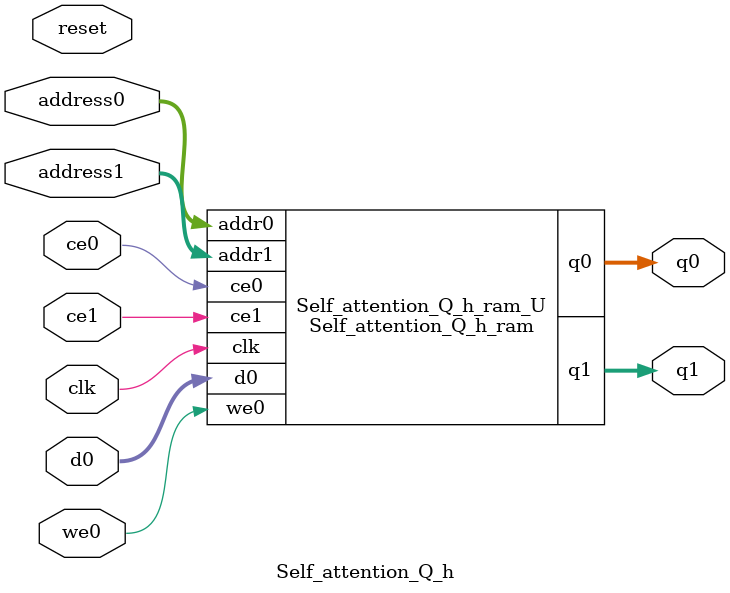
<source format=v>
`timescale 1 ns / 1 ps
module Self_attention_Q_h_ram (addr0, ce0, d0, we0, q0, addr1, ce1, q1,  clk);

parameter DWIDTH = 32;
parameter AWIDTH = 10;
parameter MEM_SIZE = 768;

input[AWIDTH-1:0] addr0;
input ce0;
input[DWIDTH-1:0] d0;
input we0;
output reg[DWIDTH-1:0] q0;
input[AWIDTH-1:0] addr1;
input ce1;
output reg[DWIDTH-1:0] q1;
input clk;

(* ram_style = "block" *)reg [DWIDTH-1:0] ram[0:MEM_SIZE-1];




always @(posedge clk)  
begin 
    if (ce0) begin
        if (we0) 
            ram[addr0] <= d0; 
        q0 <= ram[addr0];
    end
end


always @(posedge clk)  
begin 
    if (ce1) begin
        q1 <= ram[addr1];
    end
end


endmodule

`timescale 1 ns / 1 ps
module Self_attention_Q_h(
    reset,
    clk,
    address0,
    ce0,
    we0,
    d0,
    q0,
    address1,
    ce1,
    q1);

parameter DataWidth = 32'd32;
parameter AddressRange = 32'd768;
parameter AddressWidth = 32'd10;
input reset;
input clk;
input[AddressWidth - 1:0] address0;
input ce0;
input we0;
input[DataWidth - 1:0] d0;
output[DataWidth - 1:0] q0;
input[AddressWidth - 1:0] address1;
input ce1;
output[DataWidth - 1:0] q1;



Self_attention_Q_h_ram Self_attention_Q_h_ram_U(
    .clk( clk ),
    .addr0( address0 ),
    .ce0( ce0 ),
    .we0( we0 ),
    .d0( d0 ),
    .q0( q0 ),
    .addr1( address1 ),
    .ce1( ce1 ),
    .q1( q1 ));

endmodule


</source>
